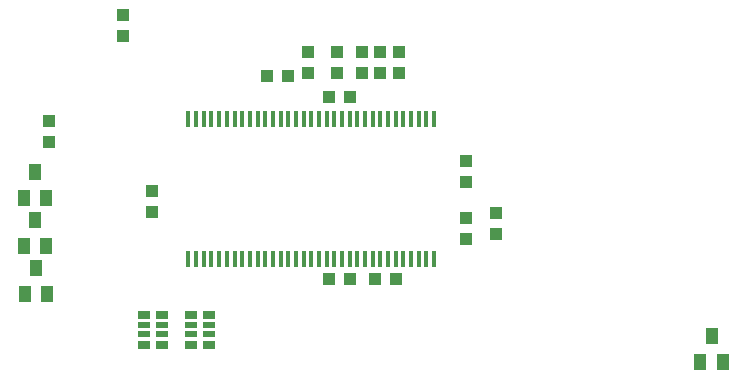
<source format=gbr>
G75*
G70*
%OFA0B0*%
%FSLAX24Y24*%
%IPPOS*%
%LPD*%
%AMOC8*
5,1,8,0,0,1.08239X$1,22.5*
%
%ADD10R,0.0400X0.0400*%
%ADD11R,0.0157X0.0551*%
%ADD12R,0.0400X0.0300*%
%ADD13R,0.0400X0.0200*%
%ADD14R,0.0394X0.0551*%
D10*
X013372Y009530D03*
X013372Y010230D03*
X009947Y011853D03*
X009947Y012553D03*
X012427Y015396D03*
X012427Y016096D03*
X017196Y014033D03*
X017896Y014033D03*
X018569Y014136D03*
X019553Y014136D03*
X020380Y014136D03*
X020990Y014136D03*
X021601Y014136D03*
X021601Y014836D03*
X020990Y014836D03*
X020380Y014836D03*
X019553Y014836D03*
X018569Y014836D03*
X019282Y013344D03*
X019982Y013344D03*
X023845Y011214D03*
X023845Y010514D03*
X024829Y009482D03*
X023845Y009324D03*
X023845Y008624D03*
X024829Y008782D03*
X021518Y007281D03*
X020818Y007281D03*
X019982Y007281D03*
X019282Y007281D03*
D11*
X019199Y007941D03*
X018943Y007941D03*
X018687Y007941D03*
X018431Y007941D03*
X018175Y007941D03*
X017920Y007941D03*
X017664Y007941D03*
X017408Y007941D03*
X017152Y007941D03*
X016896Y007941D03*
X016640Y007941D03*
X016384Y007941D03*
X016128Y007941D03*
X015872Y007941D03*
X015616Y007941D03*
X015360Y007941D03*
X015105Y007941D03*
X014849Y007941D03*
X014593Y007941D03*
X019455Y007941D03*
X019711Y007941D03*
X019967Y007941D03*
X020223Y007941D03*
X020479Y007941D03*
X020734Y007941D03*
X020990Y007941D03*
X021246Y007941D03*
X021502Y007941D03*
X021758Y007941D03*
X022014Y007941D03*
X022270Y007941D03*
X022526Y007941D03*
X022782Y007941D03*
X022782Y012606D03*
X022526Y012606D03*
X022270Y012606D03*
X022014Y012606D03*
X021758Y012606D03*
X021502Y012606D03*
X021246Y012606D03*
X020990Y012606D03*
X020734Y012606D03*
X020479Y012606D03*
X020223Y012606D03*
X019967Y012606D03*
X019711Y012606D03*
X019455Y012606D03*
X019199Y012606D03*
X018943Y012606D03*
X018687Y012606D03*
X018431Y012606D03*
X018175Y012606D03*
X017920Y012606D03*
X017664Y012606D03*
X017408Y012606D03*
X017152Y012606D03*
X016896Y012606D03*
X016640Y012606D03*
X016384Y012606D03*
X016128Y012606D03*
X015872Y012606D03*
X015616Y012606D03*
X015360Y012606D03*
X015105Y012606D03*
X014849Y012606D03*
X014593Y012606D03*
D12*
X014686Y006088D03*
X015286Y006088D03*
X013712Y006088D03*
X013112Y006088D03*
X013112Y005088D03*
X013712Y005088D03*
X014686Y005088D03*
X015286Y005088D03*
D13*
X015286Y005438D03*
X014686Y005438D03*
X014686Y005738D03*
X015286Y005738D03*
X013712Y005738D03*
X013712Y005438D03*
X013112Y005438D03*
X013112Y005738D03*
D14*
X009140Y006769D03*
X009888Y006769D03*
X009514Y007636D03*
X009849Y008384D03*
X009101Y008384D03*
X009475Y009250D03*
X009849Y009998D03*
X009101Y009998D03*
X009475Y010864D03*
X031660Y004525D03*
X032408Y004525D03*
X032034Y005391D03*
M02*

</source>
